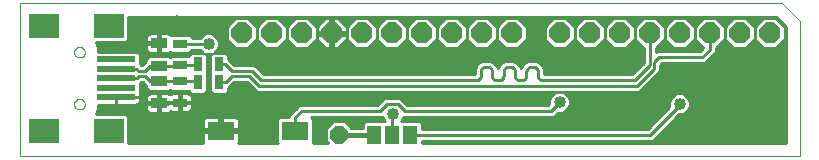
<source format=gtl>
G75*
%MOIN*%
%OFA0B0*%
%FSLAX25Y25*%
%IPPOS*%
%LPD*%
%AMOC8*
5,1,8,0,0,1.08239X$1,22.5*
%
%ADD10C,0.00000*%
%ADD11R,0.04724X0.03150*%
%ADD12R,0.03150X0.04724*%
%ADD13R,0.09843X0.07874*%
%ADD14R,0.12992X0.01969*%
%ADD15R,0.09055X0.06299*%
%ADD16R,0.05512X0.03543*%
%ADD17OC8,0.07000*%
%ADD18R,0.04600X0.06300*%
%ADD19OC8,0.06000*%
%ADD20C,0.01000*%
%ADD21C,0.04000*%
%ADD22C,0.01600*%
D10*
X0004478Y0001500D02*
X0004478Y0052511D01*
X0258478Y0052500D01*
X0258589Y0052411D01*
X0264479Y0046511D01*
X0264479Y0001500D01*
X0004478Y0001500D01*
X0022706Y0018839D02*
X0022708Y0018923D01*
X0022714Y0019006D01*
X0022724Y0019089D01*
X0022738Y0019172D01*
X0022755Y0019254D01*
X0022777Y0019335D01*
X0022802Y0019414D01*
X0022831Y0019493D01*
X0022864Y0019570D01*
X0022900Y0019645D01*
X0022940Y0019719D01*
X0022983Y0019791D01*
X0023030Y0019860D01*
X0023080Y0019927D01*
X0023133Y0019992D01*
X0023189Y0020054D01*
X0023247Y0020114D01*
X0023309Y0020171D01*
X0023373Y0020224D01*
X0023440Y0020275D01*
X0023509Y0020322D01*
X0023580Y0020367D01*
X0023653Y0020407D01*
X0023728Y0020444D01*
X0023805Y0020478D01*
X0023883Y0020508D01*
X0023962Y0020534D01*
X0024043Y0020557D01*
X0024125Y0020575D01*
X0024207Y0020590D01*
X0024290Y0020601D01*
X0024373Y0020608D01*
X0024457Y0020611D01*
X0024541Y0020610D01*
X0024624Y0020605D01*
X0024708Y0020596D01*
X0024790Y0020583D01*
X0024872Y0020567D01*
X0024953Y0020546D01*
X0025034Y0020522D01*
X0025112Y0020494D01*
X0025190Y0020462D01*
X0025266Y0020426D01*
X0025340Y0020387D01*
X0025412Y0020345D01*
X0025482Y0020299D01*
X0025550Y0020250D01*
X0025615Y0020198D01*
X0025678Y0020143D01*
X0025738Y0020085D01*
X0025796Y0020024D01*
X0025850Y0019960D01*
X0025902Y0019894D01*
X0025950Y0019826D01*
X0025995Y0019755D01*
X0026036Y0019682D01*
X0026075Y0019608D01*
X0026109Y0019532D01*
X0026140Y0019454D01*
X0026167Y0019375D01*
X0026191Y0019294D01*
X0026210Y0019213D01*
X0026226Y0019131D01*
X0026238Y0019048D01*
X0026246Y0018964D01*
X0026250Y0018881D01*
X0026250Y0018797D01*
X0026246Y0018714D01*
X0026238Y0018630D01*
X0026226Y0018547D01*
X0026210Y0018465D01*
X0026191Y0018384D01*
X0026167Y0018303D01*
X0026140Y0018224D01*
X0026109Y0018146D01*
X0026075Y0018070D01*
X0026036Y0017996D01*
X0025995Y0017923D01*
X0025950Y0017852D01*
X0025902Y0017784D01*
X0025850Y0017718D01*
X0025796Y0017654D01*
X0025738Y0017593D01*
X0025678Y0017535D01*
X0025615Y0017480D01*
X0025550Y0017428D01*
X0025482Y0017379D01*
X0025412Y0017333D01*
X0025340Y0017291D01*
X0025266Y0017252D01*
X0025190Y0017216D01*
X0025112Y0017184D01*
X0025034Y0017156D01*
X0024953Y0017132D01*
X0024872Y0017111D01*
X0024790Y0017095D01*
X0024708Y0017082D01*
X0024624Y0017073D01*
X0024541Y0017068D01*
X0024457Y0017067D01*
X0024373Y0017070D01*
X0024290Y0017077D01*
X0024207Y0017088D01*
X0024125Y0017103D01*
X0024043Y0017121D01*
X0023962Y0017144D01*
X0023883Y0017170D01*
X0023805Y0017200D01*
X0023728Y0017234D01*
X0023653Y0017271D01*
X0023580Y0017311D01*
X0023509Y0017356D01*
X0023440Y0017403D01*
X0023373Y0017454D01*
X0023309Y0017507D01*
X0023247Y0017564D01*
X0023189Y0017624D01*
X0023133Y0017686D01*
X0023080Y0017751D01*
X0023030Y0017818D01*
X0022983Y0017887D01*
X0022940Y0017959D01*
X0022900Y0018033D01*
X0022864Y0018108D01*
X0022831Y0018185D01*
X0022802Y0018264D01*
X0022777Y0018343D01*
X0022755Y0018424D01*
X0022738Y0018506D01*
X0022724Y0018589D01*
X0022714Y0018672D01*
X0022708Y0018755D01*
X0022706Y0018839D01*
X0022706Y0036161D02*
X0022708Y0036245D01*
X0022714Y0036328D01*
X0022724Y0036411D01*
X0022738Y0036494D01*
X0022755Y0036576D01*
X0022777Y0036657D01*
X0022802Y0036736D01*
X0022831Y0036815D01*
X0022864Y0036892D01*
X0022900Y0036967D01*
X0022940Y0037041D01*
X0022983Y0037113D01*
X0023030Y0037182D01*
X0023080Y0037249D01*
X0023133Y0037314D01*
X0023189Y0037376D01*
X0023247Y0037436D01*
X0023309Y0037493D01*
X0023373Y0037546D01*
X0023440Y0037597D01*
X0023509Y0037644D01*
X0023580Y0037689D01*
X0023653Y0037729D01*
X0023728Y0037766D01*
X0023805Y0037800D01*
X0023883Y0037830D01*
X0023962Y0037856D01*
X0024043Y0037879D01*
X0024125Y0037897D01*
X0024207Y0037912D01*
X0024290Y0037923D01*
X0024373Y0037930D01*
X0024457Y0037933D01*
X0024541Y0037932D01*
X0024624Y0037927D01*
X0024708Y0037918D01*
X0024790Y0037905D01*
X0024872Y0037889D01*
X0024953Y0037868D01*
X0025034Y0037844D01*
X0025112Y0037816D01*
X0025190Y0037784D01*
X0025266Y0037748D01*
X0025340Y0037709D01*
X0025412Y0037667D01*
X0025482Y0037621D01*
X0025550Y0037572D01*
X0025615Y0037520D01*
X0025678Y0037465D01*
X0025738Y0037407D01*
X0025796Y0037346D01*
X0025850Y0037282D01*
X0025902Y0037216D01*
X0025950Y0037148D01*
X0025995Y0037077D01*
X0026036Y0037004D01*
X0026075Y0036930D01*
X0026109Y0036854D01*
X0026140Y0036776D01*
X0026167Y0036697D01*
X0026191Y0036616D01*
X0026210Y0036535D01*
X0026226Y0036453D01*
X0026238Y0036370D01*
X0026246Y0036286D01*
X0026250Y0036203D01*
X0026250Y0036119D01*
X0026246Y0036036D01*
X0026238Y0035952D01*
X0026226Y0035869D01*
X0026210Y0035787D01*
X0026191Y0035706D01*
X0026167Y0035625D01*
X0026140Y0035546D01*
X0026109Y0035468D01*
X0026075Y0035392D01*
X0026036Y0035318D01*
X0025995Y0035245D01*
X0025950Y0035174D01*
X0025902Y0035106D01*
X0025850Y0035040D01*
X0025796Y0034976D01*
X0025738Y0034915D01*
X0025678Y0034857D01*
X0025615Y0034802D01*
X0025550Y0034750D01*
X0025482Y0034701D01*
X0025412Y0034655D01*
X0025340Y0034613D01*
X0025266Y0034574D01*
X0025190Y0034538D01*
X0025112Y0034506D01*
X0025034Y0034478D01*
X0024953Y0034454D01*
X0024872Y0034433D01*
X0024790Y0034417D01*
X0024708Y0034404D01*
X0024624Y0034395D01*
X0024541Y0034390D01*
X0024457Y0034389D01*
X0024373Y0034392D01*
X0024290Y0034399D01*
X0024207Y0034410D01*
X0024125Y0034425D01*
X0024043Y0034443D01*
X0023962Y0034466D01*
X0023883Y0034492D01*
X0023805Y0034522D01*
X0023728Y0034556D01*
X0023653Y0034593D01*
X0023580Y0034633D01*
X0023509Y0034678D01*
X0023440Y0034725D01*
X0023373Y0034776D01*
X0023309Y0034829D01*
X0023247Y0034886D01*
X0023189Y0034946D01*
X0023133Y0035008D01*
X0023080Y0035073D01*
X0023030Y0035140D01*
X0022983Y0035209D01*
X0022940Y0035281D01*
X0022900Y0035355D01*
X0022864Y0035430D01*
X0022831Y0035507D01*
X0022802Y0035586D01*
X0022777Y0035665D01*
X0022755Y0035746D01*
X0022738Y0035828D01*
X0022724Y0035911D01*
X0022714Y0035994D01*
X0022708Y0036077D01*
X0022706Y0036161D01*
D11*
X0057978Y0038943D03*
X0057978Y0031857D03*
X0057978Y0026443D03*
X0057978Y0019357D03*
D12*
X0063935Y0026200D03*
X0071022Y0026200D03*
X0071022Y0032100D03*
X0063935Y0032100D03*
D13*
X0034321Y0045020D03*
X0012667Y0045020D03*
X0012667Y0009980D03*
X0034321Y0009980D03*
D14*
X0036683Y0021201D03*
X0036683Y0024350D03*
X0036683Y0027500D03*
X0036683Y0030650D03*
X0036683Y0033799D03*
D15*
X0071577Y0010000D03*
X0096380Y0010000D03*
D16*
X0050978Y0019160D03*
X0050978Y0026640D03*
X0050978Y0031660D03*
X0050978Y0039140D03*
D17*
X0078478Y0042500D03*
X0088478Y0042500D03*
X0098478Y0042500D03*
X0108478Y0042500D03*
X0118478Y0042500D03*
X0128478Y0042500D03*
X0138478Y0042500D03*
X0148478Y0042500D03*
X0158478Y0042500D03*
X0168478Y0042500D03*
X0184478Y0042500D03*
X0194478Y0042500D03*
X0204478Y0042500D03*
X0214478Y0042500D03*
X0224478Y0042500D03*
X0234478Y0042500D03*
X0244478Y0042500D03*
X0254478Y0042500D03*
D18*
X0134778Y0008700D03*
X0128778Y0008700D03*
X0122778Y0008700D03*
D19*
X0110978Y0008600D03*
D20*
X0106478Y0008490D02*
X0102407Y0008490D01*
X0102407Y0009488D02*
X0106478Y0009488D01*
X0106478Y0010464D02*
X0106478Y0006736D01*
X0107214Y0006000D01*
X0102178Y0006000D01*
X0102407Y0006229D01*
X0102407Y0013771D01*
X0101678Y0014500D01*
X0125307Y0014500D01*
X0125517Y0014710D01*
X0126011Y0013517D01*
X0126179Y0013350D01*
X0125857Y0013350D01*
X0125778Y0013271D01*
X0125700Y0013350D01*
X0119857Y0013350D01*
X0118978Y0012471D01*
X0118978Y0010900D01*
X0115042Y0010900D01*
X0112842Y0013100D01*
X0109114Y0013100D01*
X0106478Y0010464D01*
X0106501Y0010487D02*
X0102407Y0010487D01*
X0102407Y0011485D02*
X0107500Y0011485D01*
X0108498Y0012484D02*
X0102407Y0012484D01*
X0102407Y0013482D02*
X0126046Y0013482D01*
X0125612Y0014481D02*
X0101698Y0014481D01*
X0098478Y0016500D02*
X0096380Y0014402D01*
X0096380Y0010000D01*
X0090352Y0010487D02*
X0072077Y0010487D01*
X0072077Y0010500D02*
X0077604Y0010500D01*
X0077604Y0013347D01*
X0077502Y0013729D01*
X0077305Y0014071D01*
X0077025Y0014350D01*
X0076683Y0014547D01*
X0076302Y0014650D01*
X0072077Y0014650D01*
X0072077Y0010500D01*
X0072077Y0009500D01*
X0077604Y0009500D01*
X0077604Y0006653D01*
X0077502Y0006271D01*
X0077345Y0006000D01*
X0090581Y0006000D01*
X0090352Y0006229D01*
X0090352Y0013771D01*
X0091231Y0014650D01*
X0094380Y0014650D01*
X0094380Y0015230D01*
X0096478Y0017328D01*
X0097650Y0018500D01*
X0123650Y0018500D01*
X0124978Y0019828D01*
X0126150Y0021000D01*
X0131307Y0021000D01*
X0133807Y0018500D01*
X0180650Y0018500D01*
X0180978Y0018828D01*
X0180978Y0020196D01*
X0181511Y0021483D01*
X0182496Y0022467D01*
X0183782Y0023000D01*
X0185175Y0023000D01*
X0186461Y0022467D01*
X0187445Y0021483D01*
X0187978Y0020196D01*
X0187978Y0018804D01*
X0187445Y0017517D01*
X0186461Y0016533D01*
X0185175Y0016000D01*
X0183807Y0016000D01*
X0183478Y0015672D01*
X0182307Y0014500D01*
X0132352Y0014500D01*
X0131945Y0013517D01*
X0131739Y0013311D01*
X0131778Y0013271D01*
X0131857Y0013350D01*
X0137700Y0013350D01*
X0138578Y0012471D01*
X0138578Y0010700D01*
X0213850Y0010700D01*
X0221118Y0017968D01*
X0220978Y0018304D01*
X0220978Y0019696D01*
X0221511Y0020983D01*
X0222496Y0021967D01*
X0223782Y0022500D01*
X0225175Y0022500D01*
X0226461Y0021967D01*
X0227445Y0020983D01*
X0227978Y0019696D01*
X0227978Y0018304D01*
X0227445Y0017017D01*
X0226461Y0016033D01*
X0225175Y0015500D01*
X0224307Y0015500D01*
X0215507Y0006700D01*
X0138578Y0006700D01*
X0138578Y0006000D01*
X0259979Y0006000D01*
X0259979Y0044649D01*
X0256634Y0048000D01*
X0040742Y0048009D01*
X0040742Y0040461D01*
X0039863Y0039583D01*
X0029850Y0039583D01*
X0030750Y0037409D01*
X0030750Y0036283D01*
X0043800Y0036283D01*
X0044679Y0035405D01*
X0044679Y0032278D01*
X0044957Y0032000D01*
X0045450Y0032000D01*
X0046722Y0033273D01*
X0046722Y0034053D01*
X0047601Y0034931D01*
X0054356Y0034931D01*
X0054675Y0034612D01*
X0054995Y0034931D01*
X0060860Y0034931D01*
X0060860Y0035084D01*
X0061739Y0035962D01*
X0065666Y0035962D01*
X0065496Y0036033D01*
X0064529Y0037000D01*
X0061841Y0037000D01*
X0061841Y0036747D01*
X0060962Y0035869D01*
X0054995Y0035869D01*
X0054675Y0036188D01*
X0054655Y0036168D01*
X0054313Y0035971D01*
X0053932Y0035869D01*
X0051364Y0035869D01*
X0051364Y0038754D01*
X0050592Y0038754D01*
X0046722Y0038754D01*
X0046722Y0037171D01*
X0046825Y0036790D01*
X0047022Y0036447D01*
X0047301Y0036168D01*
X0047643Y0035971D01*
X0048025Y0035869D01*
X0050592Y0035869D01*
X0050592Y0038754D01*
X0050592Y0039526D01*
X0046722Y0039526D01*
X0046722Y0041109D01*
X0046825Y0041491D01*
X0047022Y0041833D01*
X0047301Y0042112D01*
X0047643Y0042310D01*
X0048025Y0042412D01*
X0050592Y0042412D01*
X0050592Y0039526D01*
X0051364Y0039526D01*
X0051364Y0042412D01*
X0053932Y0042412D01*
X0054313Y0042310D01*
X0054655Y0042112D01*
X0054872Y0041895D01*
X0054995Y0042018D01*
X0060962Y0042018D01*
X0061841Y0041139D01*
X0061841Y0041000D01*
X0064529Y0041000D01*
X0065496Y0041967D01*
X0066782Y0042500D01*
X0068175Y0042500D01*
X0069461Y0041967D01*
X0070445Y0040983D01*
X0070978Y0039696D01*
X0070978Y0038304D01*
X0070445Y0037017D01*
X0069461Y0036033D01*
X0069290Y0035962D01*
X0073218Y0035962D01*
X0074096Y0035084D01*
X0074096Y0033910D01*
X0076007Y0032000D01*
X0082680Y0032000D01*
X0085880Y0028800D01*
X0156178Y0028800D01*
X0156178Y0030655D01*
X0157116Y0032280D01*
X0157116Y0032280D01*
X0157116Y0032280D01*
X0158741Y0033217D01*
X0161434Y0033217D01*
X0163058Y0032280D01*
X0163058Y0032280D01*
X0163058Y0032280D01*
X0163904Y0030813D01*
X0164751Y0032280D01*
X0164751Y0032280D01*
X0166375Y0033217D01*
X0169068Y0033217D01*
X0170692Y0032280D01*
X0170693Y0032280D01*
X0170693Y0032280D01*
X0171539Y0030813D01*
X0172385Y0032280D01*
X0172385Y0032280D01*
X0172385Y0032280D01*
X0174010Y0033217D01*
X0176703Y0033217D01*
X0178327Y0032280D01*
X0178327Y0032280D01*
X0178327Y0032280D01*
X0179265Y0030655D01*
X0179265Y0028800D01*
X0208677Y0028800D01*
X0212478Y0032601D01*
X0212478Y0037500D01*
X0212407Y0037500D01*
X0209478Y0040429D01*
X0206549Y0037500D01*
X0202407Y0037500D01*
X0199478Y0040429D01*
X0196549Y0037500D01*
X0192407Y0037500D01*
X0189478Y0040429D01*
X0186549Y0037500D01*
X0182407Y0037500D01*
X0179478Y0040429D01*
X0179478Y0044571D01*
X0182407Y0047500D01*
X0186549Y0047500D01*
X0189478Y0044571D01*
X0189478Y0040429D01*
X0189478Y0044571D01*
X0192407Y0047500D01*
X0196549Y0047500D01*
X0199478Y0044571D01*
X0199478Y0040429D01*
X0199478Y0044571D01*
X0202407Y0047500D01*
X0206549Y0047500D01*
X0209478Y0044571D01*
X0209478Y0040429D01*
X0209478Y0044571D01*
X0212407Y0047500D01*
X0216549Y0047500D01*
X0219478Y0044571D01*
X0219478Y0040429D01*
X0216549Y0037500D01*
X0216478Y0037500D01*
X0216478Y0036128D01*
X0216850Y0036500D01*
X0231250Y0036500D01*
X0232329Y0037579D01*
X0229478Y0040429D01*
X0226549Y0037500D01*
X0222407Y0037500D01*
X0219478Y0040429D01*
X0219478Y0044571D01*
X0222407Y0047500D01*
X0226549Y0047500D01*
X0229478Y0044571D01*
X0229478Y0040429D01*
X0229478Y0044571D01*
X0232407Y0047500D01*
X0236549Y0047500D01*
X0239478Y0044571D01*
X0239478Y0040429D01*
X0236549Y0037500D01*
X0236478Y0037500D01*
X0236478Y0036072D01*
X0235307Y0034900D01*
X0232907Y0032500D01*
X0218507Y0032500D01*
X0217915Y0031908D01*
X0217915Y0029835D01*
X0216743Y0028664D01*
X0211080Y0023000D01*
X0083477Y0023000D01*
X0082306Y0024172D01*
X0080277Y0026200D01*
X0076007Y0026200D01*
X0074096Y0024290D01*
X0074096Y0023216D01*
X0073218Y0022338D01*
X0068826Y0022338D01*
X0067947Y0023216D01*
X0067947Y0035084D01*
X0068497Y0035634D01*
X0068175Y0035500D01*
X0066782Y0035500D01*
X0066460Y0035634D01*
X0067010Y0035084D01*
X0067010Y0023216D01*
X0066131Y0022338D01*
X0061739Y0022338D01*
X0060860Y0023216D01*
X0060860Y0023369D01*
X0054995Y0023369D01*
X0054675Y0023688D01*
X0054356Y0023369D01*
X0047601Y0023369D01*
X0046722Y0024247D01*
X0046722Y0025027D01*
X0045550Y0026200D01*
X0045007Y0026200D01*
X0044679Y0025872D01*
X0044679Y0022745D01*
X0044603Y0022668D01*
X0044679Y0022383D01*
X0044679Y0021201D01*
X0036683Y0021201D01*
X0036683Y0021201D01*
X0044679Y0021201D01*
X0044679Y0020019D01*
X0044577Y0019638D01*
X0044379Y0019296D01*
X0044100Y0019016D01*
X0043758Y0018819D01*
X0043377Y0018717D01*
X0036683Y0018717D01*
X0036683Y0021201D01*
X0036683Y0021201D01*
X0036683Y0018717D01*
X0030750Y0018717D01*
X0030750Y0017591D01*
X0029850Y0015417D01*
X0039863Y0015417D01*
X0040742Y0014539D01*
X0040742Y0006000D01*
X0065808Y0006000D01*
X0065651Y0006271D01*
X0065549Y0006653D01*
X0065549Y0009500D01*
X0071077Y0009500D01*
X0071077Y0010500D01*
X0071077Y0014650D01*
X0066852Y0014650D01*
X0066470Y0014547D01*
X0066128Y0014350D01*
X0065849Y0014071D01*
X0065651Y0013729D01*
X0065549Y0013347D01*
X0065549Y0010500D01*
X0071077Y0010500D01*
X0072077Y0010500D01*
X0071077Y0010487D02*
X0040742Y0010487D01*
X0040742Y0011485D02*
X0065549Y0011485D01*
X0065549Y0012484D02*
X0040742Y0012484D01*
X0040742Y0013482D02*
X0065585Y0013482D01*
X0066355Y0014481D02*
X0040742Y0014481D01*
X0047022Y0016467D02*
X0047301Y0016188D01*
X0047643Y0015990D01*
X0048025Y0015888D01*
X0050592Y0015888D01*
X0050592Y0018774D01*
X0046722Y0018774D01*
X0046722Y0017191D01*
X0046825Y0016809D01*
X0047022Y0016467D01*
X0047016Y0016478D02*
X0030289Y0016478D01*
X0030702Y0017476D02*
X0046722Y0017476D01*
X0046722Y0018475D02*
X0030750Y0018475D01*
X0036683Y0019473D02*
X0036683Y0019473D01*
X0036683Y0020472D02*
X0036683Y0020472D01*
X0044482Y0019473D02*
X0050592Y0019473D01*
X0050592Y0019546D02*
X0050592Y0018774D01*
X0051364Y0018774D01*
X0051364Y0015888D01*
X0053932Y0015888D01*
X0054313Y0015990D01*
X0054655Y0016188D01*
X0054919Y0016452D01*
X0055037Y0016384D01*
X0055419Y0016282D01*
X0057691Y0016282D01*
X0057691Y0019069D01*
X0058266Y0019069D01*
X0058266Y0019644D01*
X0061841Y0019644D01*
X0061841Y0021129D01*
X0061738Y0021510D01*
X0061541Y0021853D01*
X0061262Y0022132D01*
X0060920Y0022329D01*
X0060538Y0022431D01*
X0058266Y0022431D01*
X0058266Y0019644D01*
X0057691Y0019644D01*
X0057691Y0019069D01*
X0054116Y0019069D01*
X0054116Y0018774D01*
X0051364Y0018774D01*
X0051364Y0019546D01*
X0050592Y0019546D01*
X0046722Y0019546D01*
X0046722Y0021129D01*
X0046825Y0021510D01*
X0047022Y0021853D01*
X0047301Y0022132D01*
X0047643Y0022329D01*
X0048025Y0022431D01*
X0050592Y0022431D01*
X0050592Y0019546D01*
X0051364Y0019546D02*
X0051364Y0022431D01*
X0053932Y0022431D01*
X0054313Y0022329D01*
X0054655Y0022132D01*
X0054675Y0022112D01*
X0054695Y0022132D01*
X0055037Y0022329D01*
X0055419Y0022431D01*
X0057691Y0022431D01*
X0057691Y0019644D01*
X0055234Y0019644D01*
X0055234Y0019546D01*
X0051364Y0019546D01*
X0051364Y0019473D02*
X0057691Y0019473D01*
X0058266Y0019473D02*
X0124623Y0019473D01*
X0125622Y0020472D02*
X0061841Y0020472D01*
X0061749Y0021470D02*
X0181506Y0021470D01*
X0181092Y0020472D02*
X0131835Y0020472D01*
X0132834Y0019473D02*
X0180978Y0019473D01*
X0181478Y0016500D02*
X0184478Y0019500D01*
X0187978Y0019473D02*
X0220978Y0019473D01*
X0221300Y0020472D02*
X0187864Y0020472D01*
X0187451Y0021470D02*
X0221999Y0021470D01*
X0223707Y0022469D02*
X0186457Y0022469D01*
X0182500Y0022469D02*
X0073349Y0022469D01*
X0074096Y0023467D02*
X0083010Y0023467D01*
X0082011Y0024466D02*
X0074273Y0024466D01*
X0075271Y0025464D02*
X0081013Y0025464D01*
X0081106Y0028200D02*
X0084306Y0025000D01*
X0210251Y0025000D01*
X0215915Y0030664D01*
X0215915Y0032736D01*
X0217678Y0034500D01*
X0232078Y0034500D01*
X0234478Y0036900D01*
X0234478Y0042500D01*
X0229478Y0042439D02*
X0229478Y0042439D01*
X0229478Y0043437D02*
X0229478Y0043437D01*
X0229478Y0044436D02*
X0229478Y0044436D01*
X0228615Y0045434D02*
X0230342Y0045434D01*
X0231340Y0046433D02*
X0227616Y0046433D01*
X0226618Y0047432D02*
X0232339Y0047432D01*
X0236618Y0047432D02*
X0242339Y0047432D01*
X0242407Y0047500D02*
X0239478Y0044571D01*
X0239478Y0040429D01*
X0242407Y0037500D01*
X0246549Y0037500D01*
X0249478Y0040429D01*
X0249478Y0044571D01*
X0246549Y0047500D01*
X0242407Y0047500D01*
X0246618Y0047432D02*
X0252339Y0047432D01*
X0252407Y0047500D02*
X0249478Y0044571D01*
X0249478Y0040429D01*
X0252407Y0037500D01*
X0256549Y0037500D01*
X0259478Y0040429D01*
X0259478Y0044571D01*
X0256549Y0047500D01*
X0252407Y0047500D01*
X0251340Y0046433D02*
X0247616Y0046433D01*
X0248615Y0045434D02*
X0250342Y0045434D01*
X0249478Y0044436D02*
X0249478Y0044436D01*
X0249478Y0043437D02*
X0249478Y0043437D01*
X0249478Y0042439D02*
X0249478Y0042439D01*
X0249478Y0041440D02*
X0249478Y0041440D01*
X0249478Y0040442D02*
X0249478Y0040442D01*
X0248493Y0039443D02*
X0250464Y0039443D01*
X0251462Y0038445D02*
X0247494Y0038445D01*
X0241462Y0038445D02*
X0237494Y0038445D01*
X0238493Y0039443D02*
X0240464Y0039443D01*
X0239478Y0040442D02*
X0239478Y0040442D01*
X0239478Y0041440D02*
X0239478Y0041440D01*
X0239478Y0042439D02*
X0239478Y0042439D01*
X0239478Y0043437D02*
X0239478Y0043437D01*
X0239478Y0044436D02*
X0239478Y0044436D01*
X0238615Y0045434D02*
X0240342Y0045434D01*
X0241340Y0046433D02*
X0237616Y0046433D01*
X0222339Y0047432D02*
X0216618Y0047432D01*
X0217616Y0046433D02*
X0221340Y0046433D01*
X0220342Y0045434D02*
X0218615Y0045434D01*
X0219478Y0044436D02*
X0219478Y0044436D01*
X0219478Y0043437D02*
X0219478Y0043437D01*
X0219478Y0042439D02*
X0219478Y0042439D01*
X0219478Y0041440D02*
X0219478Y0041440D01*
X0219478Y0040442D02*
X0219478Y0040442D01*
X0218493Y0039443D02*
X0220464Y0039443D01*
X0221462Y0038445D02*
X0217494Y0038445D01*
X0216478Y0037446D02*
X0232196Y0037446D01*
X0236478Y0037446D02*
X0259979Y0037446D01*
X0259979Y0036448D02*
X0236478Y0036448D01*
X0235856Y0035449D02*
X0259979Y0035449D01*
X0259979Y0034451D02*
X0234858Y0034451D01*
X0233859Y0033452D02*
X0259979Y0033452D01*
X0259979Y0032454D02*
X0218461Y0032454D01*
X0217915Y0031455D02*
X0259979Y0031455D01*
X0259979Y0030457D02*
X0217915Y0030457D01*
X0217538Y0029458D02*
X0259979Y0029458D01*
X0259979Y0028460D02*
X0216539Y0028460D01*
X0215541Y0027461D02*
X0259979Y0027461D01*
X0259979Y0026463D02*
X0214542Y0026463D01*
X0213544Y0025464D02*
X0259979Y0025464D01*
X0259979Y0024466D02*
X0212545Y0024466D01*
X0211547Y0023467D02*
X0259979Y0023467D01*
X0259979Y0022469D02*
X0225250Y0022469D01*
X0226958Y0021470D02*
X0259979Y0021470D01*
X0259979Y0020472D02*
X0227657Y0020472D01*
X0227978Y0019473D02*
X0259979Y0019473D01*
X0259979Y0018475D02*
X0227978Y0018475D01*
X0224478Y0018500D02*
X0224478Y0019000D01*
X0224478Y0018500D02*
X0214678Y0008700D01*
X0134778Y0008700D01*
X0128778Y0008700D02*
X0128778Y0015300D01*
X0128978Y0015500D01*
X0132344Y0014481D02*
X0217631Y0014481D01*
X0218629Y0015479D02*
X0183286Y0015479D01*
X0181478Y0016500D02*
X0132978Y0016500D01*
X0130478Y0019000D01*
X0126978Y0019000D01*
X0124478Y0016500D01*
X0098478Y0016500D01*
X0096626Y0017476D02*
X0061812Y0017476D01*
X0061841Y0017584D02*
X0061841Y0019069D01*
X0058266Y0019069D01*
X0058266Y0016282D01*
X0060538Y0016282D01*
X0060920Y0016384D01*
X0061262Y0016582D01*
X0061541Y0016861D01*
X0061738Y0017203D01*
X0061841Y0017584D01*
X0061841Y0018475D02*
X0097625Y0018475D01*
X0095628Y0016478D02*
X0061082Y0016478D01*
X0058266Y0016478D02*
X0057691Y0016478D01*
X0057691Y0017476D02*
X0058266Y0017476D01*
X0058266Y0018475D02*
X0057691Y0018475D01*
X0051364Y0018475D02*
X0050592Y0018475D01*
X0050592Y0017476D02*
X0051364Y0017476D01*
X0051364Y0016478D02*
X0050592Y0016478D01*
X0050592Y0020472D02*
X0051364Y0020472D01*
X0051364Y0021470D02*
X0050592Y0021470D01*
X0046814Y0021470D02*
X0044679Y0021470D01*
X0044679Y0020472D02*
X0046722Y0020472D01*
X0044656Y0022469D02*
X0061608Y0022469D01*
X0066262Y0022469D02*
X0068695Y0022469D01*
X0067947Y0023467D02*
X0067010Y0023467D01*
X0067010Y0024466D02*
X0067947Y0024466D01*
X0067947Y0025464D02*
X0067010Y0025464D01*
X0063935Y0026200D02*
X0063692Y0026443D01*
X0057978Y0026443D01*
X0057978Y0026640D01*
X0050978Y0026640D01*
X0047938Y0026640D01*
X0046378Y0028200D01*
X0044178Y0028200D01*
X0043478Y0027500D01*
X0036683Y0027500D01*
X0044679Y0025464D02*
X0046286Y0025464D01*
X0046722Y0024466D02*
X0044679Y0024466D01*
X0044679Y0023467D02*
X0047502Y0023467D01*
X0054454Y0023467D02*
X0054896Y0023467D01*
X0057691Y0021470D02*
X0058266Y0021470D01*
X0058266Y0020472D02*
X0057691Y0020472D01*
X0029875Y0015479D02*
X0094629Y0015479D01*
X0091062Y0014481D02*
X0076799Y0014481D01*
X0072077Y0014481D02*
X0071077Y0014481D01*
X0071077Y0013482D02*
X0072077Y0013482D01*
X0072077Y0012484D02*
X0071077Y0012484D01*
X0071077Y0011485D02*
X0072077Y0011485D01*
X0077604Y0011485D02*
X0090352Y0011485D01*
X0090352Y0012484D02*
X0077604Y0012484D01*
X0077568Y0013482D02*
X0090352Y0013482D01*
X0090352Y0009488D02*
X0077604Y0009488D01*
X0077604Y0008490D02*
X0090352Y0008490D01*
X0090352Y0007491D02*
X0077604Y0007491D01*
X0077561Y0006493D02*
X0090352Y0006493D01*
X0102407Y0006493D02*
X0106722Y0006493D01*
X0106478Y0007491D02*
X0102407Y0007491D01*
X0114457Y0011485D02*
X0118978Y0011485D01*
X0118991Y0012484D02*
X0113459Y0012484D01*
X0131910Y0013482D02*
X0216632Y0013482D01*
X0215634Y0012484D02*
X0138566Y0012484D01*
X0138578Y0011485D02*
X0214635Y0011485D01*
X0219293Y0010487D02*
X0259979Y0010487D01*
X0259979Y0011485D02*
X0220292Y0011485D01*
X0221290Y0012484D02*
X0259979Y0012484D01*
X0259979Y0013482D02*
X0222289Y0013482D01*
X0223287Y0014481D02*
X0259979Y0014481D01*
X0259979Y0015479D02*
X0224286Y0015479D01*
X0226906Y0016478D02*
X0259979Y0016478D01*
X0259979Y0017476D02*
X0227636Y0017476D01*
X0220978Y0018475D02*
X0187842Y0018475D01*
X0187404Y0017476D02*
X0220626Y0017476D01*
X0219628Y0016478D02*
X0186328Y0016478D01*
X0218295Y0009488D02*
X0259979Y0009488D01*
X0259979Y0008490D02*
X0217296Y0008490D01*
X0216298Y0007491D02*
X0259979Y0007491D01*
X0259979Y0006493D02*
X0138578Y0006493D01*
X0065592Y0006493D02*
X0040742Y0006493D01*
X0040742Y0007491D02*
X0065549Y0007491D01*
X0065549Y0008490D02*
X0040742Y0008490D01*
X0040742Y0009488D02*
X0065549Y0009488D01*
X0071022Y0026200D02*
X0073178Y0026200D01*
X0075178Y0028200D01*
X0081106Y0028200D01*
X0085221Y0029458D02*
X0156178Y0029458D01*
X0158178Y0029717D02*
X0158178Y0028300D01*
X0158176Y0028224D01*
X0158170Y0028148D01*
X0158161Y0028073D01*
X0158147Y0027998D01*
X0158130Y0027924D01*
X0158109Y0027851D01*
X0158085Y0027779D01*
X0158056Y0027708D01*
X0158025Y0027639D01*
X0157990Y0027572D01*
X0157951Y0027507D01*
X0157909Y0027443D01*
X0157864Y0027382D01*
X0157816Y0027323D01*
X0157765Y0027267D01*
X0157711Y0027213D01*
X0157655Y0027162D01*
X0157596Y0027114D01*
X0157535Y0027069D01*
X0157471Y0027027D01*
X0157406Y0026988D01*
X0157339Y0026953D01*
X0157270Y0026922D01*
X0157199Y0026893D01*
X0157127Y0026869D01*
X0157054Y0026848D01*
X0156980Y0026831D01*
X0156905Y0026817D01*
X0156830Y0026808D01*
X0156754Y0026802D01*
X0156678Y0026800D01*
X0085051Y0026800D01*
X0081851Y0030000D01*
X0075178Y0030000D01*
X0073078Y0032100D01*
X0071022Y0032100D01*
X0067947Y0032454D02*
X0067010Y0032454D01*
X0067010Y0033452D02*
X0067947Y0033452D01*
X0067947Y0034451D02*
X0067010Y0034451D01*
X0066644Y0035449D02*
X0068313Y0035449D01*
X0069876Y0036448D02*
X0212478Y0036448D01*
X0212478Y0037446D02*
X0070623Y0037446D01*
X0070978Y0038445D02*
X0075462Y0038445D01*
X0076407Y0037500D02*
X0080549Y0037500D01*
X0083478Y0040429D01*
X0083478Y0044571D01*
X0080549Y0047500D01*
X0076407Y0047500D01*
X0073478Y0044571D01*
X0073478Y0040429D01*
X0076407Y0037500D01*
X0081494Y0038445D02*
X0085462Y0038445D01*
X0086407Y0037500D02*
X0090549Y0037500D01*
X0093478Y0040429D01*
X0093478Y0044571D01*
X0090549Y0047500D01*
X0086407Y0047500D01*
X0083478Y0044571D01*
X0083478Y0040429D01*
X0086407Y0037500D01*
X0091494Y0038445D02*
X0095462Y0038445D01*
X0096407Y0037500D02*
X0100549Y0037500D01*
X0103478Y0040429D01*
X0103478Y0044571D01*
X0100549Y0047500D01*
X0096407Y0047500D01*
X0093478Y0044571D01*
X0093478Y0040429D01*
X0096407Y0037500D01*
X0101494Y0038445D02*
X0105462Y0038445D01*
X0107978Y0038445D02*
X0108978Y0038445D01*
X0111494Y0038445D02*
X0115462Y0038445D01*
X0116407Y0037500D02*
X0120549Y0037500D01*
X0123478Y0040429D01*
X0123478Y0044571D01*
X0120549Y0047500D01*
X0116407Y0047500D01*
X0113478Y0044571D01*
X0110549Y0047500D01*
X0108978Y0047500D01*
X0108978Y0043000D01*
X0107978Y0043000D01*
X0107978Y0042000D01*
X0103478Y0042000D01*
X0103478Y0040429D01*
X0106407Y0037500D01*
X0107978Y0037500D01*
X0107978Y0042000D01*
X0108978Y0042000D01*
X0108978Y0037500D01*
X0110549Y0037500D01*
X0113478Y0040429D01*
X0113478Y0042000D01*
X0108978Y0042000D01*
X0108978Y0043000D01*
X0113478Y0043000D01*
X0113478Y0044571D01*
X0113478Y0040429D01*
X0116407Y0037500D01*
X0121494Y0038445D02*
X0125462Y0038445D01*
X0126407Y0037500D02*
X0130549Y0037500D01*
X0133478Y0040429D01*
X0133478Y0044571D01*
X0130549Y0047500D01*
X0126407Y0047500D01*
X0123478Y0044571D01*
X0123478Y0040429D01*
X0126407Y0037500D01*
X0131494Y0038445D02*
X0135462Y0038445D01*
X0136407Y0037500D02*
X0140549Y0037500D01*
X0143478Y0040429D01*
X0143478Y0044571D01*
X0140549Y0047500D01*
X0136407Y0047500D01*
X0133478Y0044571D01*
X0133478Y0040429D01*
X0136407Y0037500D01*
X0141494Y0038445D02*
X0145462Y0038445D01*
X0146407Y0037500D02*
X0150549Y0037500D01*
X0153478Y0040429D01*
X0153478Y0044571D01*
X0150549Y0047500D01*
X0146407Y0047500D01*
X0143478Y0044571D01*
X0143478Y0040429D01*
X0146407Y0037500D01*
X0151494Y0038445D02*
X0155462Y0038445D01*
X0156407Y0037500D02*
X0160549Y0037500D01*
X0163478Y0040429D01*
X0163478Y0044571D01*
X0160549Y0047500D01*
X0156407Y0047500D01*
X0153478Y0044571D01*
X0153478Y0040429D01*
X0156407Y0037500D01*
X0161494Y0038445D02*
X0165462Y0038445D01*
X0166407Y0037500D02*
X0170549Y0037500D01*
X0173478Y0040429D01*
X0173478Y0044571D01*
X0170549Y0047500D01*
X0166407Y0047500D01*
X0163478Y0044571D01*
X0163478Y0040429D01*
X0166407Y0037500D01*
X0171494Y0038445D02*
X0181462Y0038445D01*
X0180464Y0039443D02*
X0172493Y0039443D01*
X0173478Y0040442D02*
X0179478Y0040442D01*
X0179478Y0041440D02*
X0173478Y0041440D01*
X0173478Y0042439D02*
X0179478Y0042439D01*
X0179478Y0043437D02*
X0173478Y0043437D01*
X0173478Y0044436D02*
X0179478Y0044436D01*
X0180342Y0045434D02*
X0172615Y0045434D01*
X0171616Y0046433D02*
X0181340Y0046433D01*
X0182339Y0047432D02*
X0170618Y0047432D01*
X0166339Y0047432D02*
X0160618Y0047432D01*
X0161616Y0046433D02*
X0165340Y0046433D01*
X0164342Y0045434D02*
X0162615Y0045434D01*
X0163478Y0044436D02*
X0163478Y0044436D01*
X0163478Y0043437D02*
X0163478Y0043437D01*
X0163478Y0042439D02*
X0163478Y0042439D01*
X0163478Y0041440D02*
X0163478Y0041440D01*
X0163478Y0040442D02*
X0163478Y0040442D01*
X0162493Y0039443D02*
X0164464Y0039443D01*
X0154464Y0039443D02*
X0152493Y0039443D01*
X0153478Y0040442D02*
X0153478Y0040442D01*
X0153478Y0041440D02*
X0153478Y0041440D01*
X0153478Y0042439D02*
X0153478Y0042439D01*
X0153478Y0043437D02*
X0153478Y0043437D01*
X0153478Y0044436D02*
X0153478Y0044436D01*
X0152615Y0045434D02*
X0154342Y0045434D01*
X0155340Y0046433D02*
X0151616Y0046433D01*
X0150618Y0047432D02*
X0156339Y0047432D01*
X0146339Y0047432D02*
X0140618Y0047432D01*
X0136339Y0047432D02*
X0130618Y0047432D01*
X0131616Y0046433D02*
X0135340Y0046433D01*
X0134342Y0045434D02*
X0132615Y0045434D01*
X0133478Y0044436D02*
X0133478Y0044436D01*
X0133478Y0043437D02*
X0133478Y0043437D01*
X0133478Y0042439D02*
X0133478Y0042439D01*
X0133478Y0041440D02*
X0133478Y0041440D01*
X0133478Y0040442D02*
X0133478Y0040442D01*
X0132493Y0039443D02*
X0134464Y0039443D01*
X0142493Y0039443D02*
X0144464Y0039443D01*
X0143478Y0040442D02*
X0143478Y0040442D01*
X0143478Y0041440D02*
X0143478Y0041440D01*
X0143478Y0042439D02*
X0143478Y0042439D01*
X0143478Y0043437D02*
X0143478Y0043437D01*
X0143478Y0044436D02*
X0143478Y0044436D01*
X0142615Y0045434D02*
X0144342Y0045434D01*
X0145340Y0046433D02*
X0141616Y0046433D01*
X0126339Y0047432D02*
X0120618Y0047432D01*
X0121616Y0046433D02*
X0125340Y0046433D01*
X0124342Y0045434D02*
X0122615Y0045434D01*
X0123478Y0044436D02*
X0123478Y0044436D01*
X0123478Y0043437D02*
X0123478Y0043437D01*
X0123478Y0042439D02*
X0123478Y0042439D01*
X0123478Y0041440D02*
X0123478Y0041440D01*
X0123478Y0040442D02*
X0123478Y0040442D01*
X0122493Y0039443D02*
X0124464Y0039443D01*
X0114464Y0039443D02*
X0112493Y0039443D01*
X0113478Y0040442D02*
X0113478Y0040442D01*
X0113478Y0041440D02*
X0113478Y0041440D01*
X0113478Y0042439D02*
X0108978Y0042439D01*
X0107978Y0042439D02*
X0103478Y0042439D01*
X0103478Y0043000D02*
X0107978Y0043000D01*
X0107978Y0047500D01*
X0106407Y0047500D01*
X0103478Y0044571D01*
X0103478Y0043000D01*
X0103478Y0043437D02*
X0103478Y0043437D01*
X0103478Y0044436D02*
X0103478Y0044436D01*
X0102615Y0045434D02*
X0104342Y0045434D01*
X0105340Y0046433D02*
X0101616Y0046433D01*
X0100618Y0047432D02*
X0106339Y0047432D01*
X0107978Y0047432D02*
X0108978Y0047432D01*
X0110618Y0047432D02*
X0116339Y0047432D01*
X0115340Y0046433D02*
X0111616Y0046433D01*
X0112615Y0045434D02*
X0114342Y0045434D01*
X0113478Y0044436D02*
X0113478Y0044436D01*
X0113478Y0043437D02*
X0113478Y0043437D01*
X0108978Y0043437D02*
X0107978Y0043437D01*
X0107978Y0044436D02*
X0108978Y0044436D01*
X0108978Y0045434D02*
X0107978Y0045434D01*
X0107978Y0046433D02*
X0108978Y0046433D01*
X0096339Y0047432D02*
X0090618Y0047432D01*
X0091616Y0046433D02*
X0095340Y0046433D01*
X0094342Y0045434D02*
X0092615Y0045434D01*
X0093478Y0044436D02*
X0093478Y0044436D01*
X0093478Y0043437D02*
X0093478Y0043437D01*
X0093478Y0042439D02*
X0093478Y0042439D01*
X0093478Y0041440D02*
X0093478Y0041440D01*
X0093478Y0040442D02*
X0093478Y0040442D01*
X0092493Y0039443D02*
X0094464Y0039443D01*
X0102493Y0039443D02*
X0104464Y0039443D01*
X0103478Y0040442D02*
X0103478Y0040442D01*
X0103478Y0041440D02*
X0103478Y0041440D01*
X0107978Y0041440D02*
X0108978Y0041440D01*
X0108978Y0040442D02*
X0107978Y0040442D01*
X0107978Y0039443D02*
X0108978Y0039443D01*
X0084464Y0039443D02*
X0082493Y0039443D01*
X0083478Y0040442D02*
X0083478Y0040442D01*
X0083478Y0041440D02*
X0083478Y0041440D01*
X0083478Y0042439D02*
X0083478Y0042439D01*
X0083478Y0043437D02*
X0083478Y0043437D01*
X0083478Y0044436D02*
X0083478Y0044436D01*
X0082615Y0045434D02*
X0084342Y0045434D01*
X0085340Y0046433D02*
X0081616Y0046433D01*
X0080618Y0047432D02*
X0086339Y0047432D01*
X0076339Y0047432D02*
X0040742Y0047432D01*
X0040742Y0046433D02*
X0075340Y0046433D01*
X0074342Y0045434D02*
X0040742Y0045434D01*
X0040742Y0044436D02*
X0073478Y0044436D01*
X0073478Y0043437D02*
X0040742Y0043437D01*
X0040742Y0042439D02*
X0066635Y0042439D01*
X0068322Y0042439D02*
X0073478Y0042439D01*
X0073478Y0041440D02*
X0069988Y0041440D01*
X0070669Y0040442D02*
X0073478Y0040442D01*
X0074464Y0039443D02*
X0070978Y0039443D01*
X0067478Y0039000D02*
X0060035Y0039000D01*
X0057978Y0038943D01*
X0051364Y0038445D02*
X0050592Y0038445D01*
X0050592Y0039443D02*
X0029907Y0039443D01*
X0030321Y0038445D02*
X0046722Y0038445D01*
X0046722Y0037446D02*
X0030734Y0037446D01*
X0030750Y0036448D02*
X0047022Y0036448D01*
X0044635Y0035449D02*
X0061226Y0035449D01*
X0061541Y0036448D02*
X0065081Y0036448D01*
X0073731Y0035449D02*
X0212478Y0035449D01*
X0212478Y0034451D02*
X0074096Y0034451D01*
X0074554Y0033452D02*
X0212478Y0033452D01*
X0212331Y0032454D02*
X0178025Y0032454D01*
X0178803Y0031455D02*
X0211332Y0031455D01*
X0214478Y0032100D02*
X0214642Y0031936D01*
X0209506Y0026800D01*
X0178765Y0026800D01*
X0178689Y0026802D01*
X0178613Y0026808D01*
X0178538Y0026817D01*
X0178463Y0026831D01*
X0178389Y0026848D01*
X0178316Y0026869D01*
X0178244Y0026893D01*
X0178173Y0026922D01*
X0178104Y0026953D01*
X0178037Y0026988D01*
X0177972Y0027027D01*
X0177908Y0027069D01*
X0177847Y0027114D01*
X0177788Y0027162D01*
X0177732Y0027213D01*
X0177678Y0027267D01*
X0177627Y0027323D01*
X0177579Y0027382D01*
X0177534Y0027443D01*
X0177492Y0027507D01*
X0177453Y0027572D01*
X0177418Y0027639D01*
X0177387Y0027708D01*
X0177358Y0027779D01*
X0177334Y0027851D01*
X0177313Y0027924D01*
X0177296Y0027998D01*
X0177282Y0028073D01*
X0177273Y0028148D01*
X0177267Y0028224D01*
X0177265Y0028300D01*
X0177265Y0029717D01*
X0177263Y0029793D01*
X0177257Y0029869D01*
X0177248Y0029944D01*
X0177234Y0030019D01*
X0177217Y0030093D01*
X0177196Y0030166D01*
X0177172Y0030238D01*
X0177143Y0030309D01*
X0177112Y0030378D01*
X0177077Y0030445D01*
X0177038Y0030510D01*
X0176996Y0030574D01*
X0176951Y0030635D01*
X0176903Y0030694D01*
X0176852Y0030750D01*
X0176798Y0030804D01*
X0176742Y0030855D01*
X0176683Y0030903D01*
X0176622Y0030948D01*
X0176558Y0030990D01*
X0176493Y0031029D01*
X0176426Y0031064D01*
X0176357Y0031095D01*
X0176286Y0031124D01*
X0176214Y0031148D01*
X0176141Y0031169D01*
X0176067Y0031186D01*
X0175992Y0031200D01*
X0175917Y0031209D01*
X0175841Y0031215D01*
X0175765Y0031217D01*
X0174948Y0031217D01*
X0171910Y0031455D02*
X0171168Y0031455D01*
X0168130Y0031217D02*
X0167313Y0031217D01*
X0164275Y0031455D02*
X0163534Y0031455D01*
X0164751Y0032280D02*
X0164751Y0032280D01*
X0165053Y0032454D02*
X0162756Y0032454D01*
X0157418Y0032454D02*
X0075553Y0032454D01*
X0067947Y0031455D02*
X0067010Y0031455D01*
X0063935Y0032100D02*
X0063692Y0031857D01*
X0057978Y0031857D01*
X0057978Y0031660D01*
X0050978Y0031660D01*
X0047938Y0031660D01*
X0046278Y0030000D01*
X0044128Y0030000D01*
X0043479Y0030650D01*
X0036683Y0030650D01*
X0044679Y0032454D02*
X0045904Y0032454D01*
X0046722Y0033452D02*
X0044679Y0033452D01*
X0044679Y0034451D02*
X0047120Y0034451D01*
X0050592Y0036448D02*
X0051364Y0036448D01*
X0051364Y0037446D02*
X0050592Y0037446D01*
X0050592Y0040442D02*
X0051364Y0040442D01*
X0051364Y0041440D02*
X0050592Y0041440D01*
X0046811Y0041440D02*
X0040742Y0041440D01*
X0040723Y0040442D02*
X0046722Y0040442D01*
X0061540Y0041440D02*
X0064969Y0041440D01*
X0083224Y0031455D02*
X0156640Y0031455D01*
X0156178Y0030457D02*
X0084223Y0030457D01*
X0067947Y0030457D02*
X0067010Y0030457D01*
X0067010Y0029458D02*
X0067947Y0029458D01*
X0067947Y0028460D02*
X0067010Y0028460D01*
X0067010Y0027461D02*
X0067947Y0027461D01*
X0067947Y0026463D02*
X0067010Y0026463D01*
X0158178Y0029717D02*
X0158180Y0029793D01*
X0158186Y0029869D01*
X0158195Y0029944D01*
X0158209Y0030019D01*
X0158226Y0030093D01*
X0158247Y0030166D01*
X0158271Y0030238D01*
X0158300Y0030309D01*
X0158331Y0030378D01*
X0158366Y0030445D01*
X0158405Y0030510D01*
X0158447Y0030574D01*
X0158492Y0030635D01*
X0158540Y0030694D01*
X0158591Y0030750D01*
X0158645Y0030804D01*
X0158701Y0030855D01*
X0158760Y0030903D01*
X0158821Y0030948D01*
X0158885Y0030990D01*
X0158950Y0031029D01*
X0159017Y0031064D01*
X0159086Y0031095D01*
X0159157Y0031124D01*
X0159229Y0031148D01*
X0159302Y0031169D01*
X0159376Y0031186D01*
X0159451Y0031200D01*
X0159526Y0031209D01*
X0159602Y0031215D01*
X0159678Y0031217D01*
X0160496Y0031217D01*
X0160572Y0031215D01*
X0160648Y0031209D01*
X0160723Y0031200D01*
X0160798Y0031186D01*
X0160872Y0031169D01*
X0160945Y0031148D01*
X0161017Y0031124D01*
X0161088Y0031095D01*
X0161157Y0031064D01*
X0161224Y0031029D01*
X0161289Y0030990D01*
X0161353Y0030948D01*
X0161414Y0030903D01*
X0161473Y0030855D01*
X0161529Y0030804D01*
X0161583Y0030750D01*
X0161634Y0030694D01*
X0161682Y0030635D01*
X0161727Y0030574D01*
X0161769Y0030510D01*
X0161808Y0030445D01*
X0161843Y0030378D01*
X0161874Y0030309D01*
X0161903Y0030238D01*
X0161927Y0030166D01*
X0161948Y0030093D01*
X0161965Y0030019D01*
X0161979Y0029944D01*
X0161988Y0029869D01*
X0161994Y0029793D01*
X0161996Y0029717D01*
X0161996Y0028300D01*
X0161998Y0028224D01*
X0162004Y0028148D01*
X0162013Y0028073D01*
X0162027Y0027998D01*
X0162044Y0027924D01*
X0162065Y0027851D01*
X0162089Y0027779D01*
X0162118Y0027708D01*
X0162149Y0027639D01*
X0162184Y0027572D01*
X0162223Y0027507D01*
X0162265Y0027443D01*
X0162310Y0027382D01*
X0162358Y0027323D01*
X0162409Y0027267D01*
X0162463Y0027213D01*
X0162519Y0027162D01*
X0162578Y0027114D01*
X0162639Y0027069D01*
X0162703Y0027027D01*
X0162768Y0026988D01*
X0162835Y0026953D01*
X0162904Y0026922D01*
X0162975Y0026893D01*
X0163047Y0026869D01*
X0163120Y0026848D01*
X0163194Y0026831D01*
X0163269Y0026817D01*
X0163344Y0026808D01*
X0163420Y0026802D01*
X0163496Y0026800D01*
X0164313Y0026800D01*
X0164389Y0026802D01*
X0164465Y0026808D01*
X0164540Y0026817D01*
X0164615Y0026831D01*
X0164689Y0026848D01*
X0164762Y0026869D01*
X0164834Y0026893D01*
X0164905Y0026922D01*
X0164974Y0026953D01*
X0165041Y0026988D01*
X0165106Y0027027D01*
X0165170Y0027069D01*
X0165231Y0027114D01*
X0165290Y0027162D01*
X0165346Y0027213D01*
X0165400Y0027267D01*
X0165451Y0027323D01*
X0165499Y0027382D01*
X0165544Y0027443D01*
X0165586Y0027507D01*
X0165625Y0027572D01*
X0165660Y0027639D01*
X0165691Y0027708D01*
X0165720Y0027779D01*
X0165744Y0027851D01*
X0165765Y0027924D01*
X0165782Y0027998D01*
X0165796Y0028073D01*
X0165805Y0028148D01*
X0165811Y0028224D01*
X0165813Y0028300D01*
X0165813Y0029717D01*
X0165815Y0029793D01*
X0165821Y0029869D01*
X0165830Y0029944D01*
X0165844Y0030019D01*
X0165861Y0030093D01*
X0165882Y0030166D01*
X0165906Y0030238D01*
X0165935Y0030309D01*
X0165966Y0030378D01*
X0166001Y0030445D01*
X0166040Y0030510D01*
X0166082Y0030574D01*
X0166127Y0030635D01*
X0166175Y0030694D01*
X0166226Y0030750D01*
X0166280Y0030804D01*
X0166336Y0030855D01*
X0166395Y0030903D01*
X0166456Y0030948D01*
X0166520Y0030990D01*
X0166585Y0031029D01*
X0166652Y0031064D01*
X0166721Y0031095D01*
X0166792Y0031124D01*
X0166864Y0031148D01*
X0166937Y0031169D01*
X0167011Y0031186D01*
X0167086Y0031200D01*
X0167161Y0031209D01*
X0167237Y0031215D01*
X0167313Y0031217D01*
X0168130Y0031217D02*
X0168206Y0031215D01*
X0168282Y0031209D01*
X0168357Y0031200D01*
X0168432Y0031186D01*
X0168506Y0031169D01*
X0168579Y0031148D01*
X0168651Y0031124D01*
X0168722Y0031095D01*
X0168791Y0031064D01*
X0168858Y0031029D01*
X0168923Y0030990D01*
X0168987Y0030948D01*
X0169048Y0030903D01*
X0169107Y0030855D01*
X0169163Y0030804D01*
X0169217Y0030750D01*
X0169268Y0030694D01*
X0169316Y0030635D01*
X0169361Y0030574D01*
X0169403Y0030510D01*
X0169442Y0030445D01*
X0169477Y0030378D01*
X0169508Y0030309D01*
X0169537Y0030238D01*
X0169561Y0030166D01*
X0169582Y0030093D01*
X0169599Y0030019D01*
X0169613Y0029944D01*
X0169622Y0029869D01*
X0169628Y0029793D01*
X0169630Y0029717D01*
X0169630Y0028300D01*
X0169632Y0028224D01*
X0169638Y0028148D01*
X0169647Y0028073D01*
X0169661Y0027998D01*
X0169678Y0027924D01*
X0169699Y0027851D01*
X0169723Y0027779D01*
X0169752Y0027708D01*
X0169783Y0027639D01*
X0169818Y0027572D01*
X0169857Y0027507D01*
X0169899Y0027443D01*
X0169944Y0027382D01*
X0169992Y0027323D01*
X0170043Y0027267D01*
X0170097Y0027213D01*
X0170153Y0027162D01*
X0170212Y0027114D01*
X0170273Y0027069D01*
X0170337Y0027027D01*
X0170402Y0026988D01*
X0170469Y0026953D01*
X0170538Y0026922D01*
X0170609Y0026893D01*
X0170681Y0026869D01*
X0170754Y0026848D01*
X0170828Y0026831D01*
X0170903Y0026817D01*
X0170978Y0026808D01*
X0171054Y0026802D01*
X0171130Y0026800D01*
X0171948Y0026800D01*
X0172024Y0026802D01*
X0172100Y0026808D01*
X0172175Y0026817D01*
X0172250Y0026831D01*
X0172324Y0026848D01*
X0172397Y0026869D01*
X0172469Y0026893D01*
X0172540Y0026922D01*
X0172609Y0026953D01*
X0172676Y0026988D01*
X0172741Y0027027D01*
X0172805Y0027069D01*
X0172866Y0027114D01*
X0172925Y0027162D01*
X0172981Y0027213D01*
X0173035Y0027267D01*
X0173086Y0027323D01*
X0173134Y0027382D01*
X0173179Y0027443D01*
X0173221Y0027507D01*
X0173260Y0027572D01*
X0173295Y0027639D01*
X0173326Y0027708D01*
X0173355Y0027779D01*
X0173379Y0027851D01*
X0173400Y0027924D01*
X0173417Y0027998D01*
X0173431Y0028073D01*
X0173440Y0028148D01*
X0173446Y0028224D01*
X0173448Y0028300D01*
X0173448Y0029717D01*
X0173450Y0029793D01*
X0173456Y0029869D01*
X0173465Y0029944D01*
X0173479Y0030019D01*
X0173496Y0030093D01*
X0173517Y0030166D01*
X0173541Y0030238D01*
X0173570Y0030309D01*
X0173601Y0030378D01*
X0173636Y0030445D01*
X0173675Y0030510D01*
X0173717Y0030574D01*
X0173762Y0030635D01*
X0173810Y0030694D01*
X0173861Y0030750D01*
X0173915Y0030804D01*
X0173971Y0030855D01*
X0174030Y0030903D01*
X0174091Y0030948D01*
X0174155Y0030990D01*
X0174220Y0031029D01*
X0174287Y0031064D01*
X0174356Y0031095D01*
X0174427Y0031124D01*
X0174499Y0031148D01*
X0174572Y0031169D01*
X0174646Y0031186D01*
X0174721Y0031200D01*
X0174796Y0031209D01*
X0174872Y0031215D01*
X0174948Y0031217D01*
X0179265Y0030457D02*
X0210334Y0030457D01*
X0209335Y0029458D02*
X0179265Y0029458D01*
X0172687Y0032454D02*
X0170391Y0032454D01*
X0187494Y0038445D02*
X0191462Y0038445D01*
X0190464Y0039443D02*
X0188493Y0039443D01*
X0189478Y0040442D02*
X0189478Y0040442D01*
X0189478Y0041440D02*
X0189478Y0041440D01*
X0189478Y0042439D02*
X0189478Y0042439D01*
X0189478Y0043437D02*
X0189478Y0043437D01*
X0189478Y0044436D02*
X0189478Y0044436D01*
X0188615Y0045434D02*
X0190342Y0045434D01*
X0191340Y0046433D02*
X0187616Y0046433D01*
X0186618Y0047432D02*
X0192339Y0047432D01*
X0196618Y0047432D02*
X0202339Y0047432D01*
X0206618Y0047432D02*
X0212339Y0047432D01*
X0211340Y0046433D02*
X0207616Y0046433D01*
X0208615Y0045434D02*
X0210342Y0045434D01*
X0209478Y0044436D02*
X0209478Y0044436D01*
X0209478Y0043437D02*
X0209478Y0043437D01*
X0209478Y0042439D02*
X0209478Y0042439D01*
X0209478Y0041440D02*
X0209478Y0041440D01*
X0209478Y0040442D02*
X0209478Y0040442D01*
X0208493Y0039443D02*
X0210464Y0039443D01*
X0211462Y0038445D02*
X0207494Y0038445D01*
X0201462Y0038445D02*
X0197494Y0038445D01*
X0198493Y0039443D02*
X0200464Y0039443D01*
X0199478Y0040442D02*
X0199478Y0040442D01*
X0199478Y0041440D02*
X0199478Y0041440D01*
X0199478Y0042439D02*
X0199478Y0042439D01*
X0199478Y0043437D02*
X0199478Y0043437D01*
X0199478Y0044436D02*
X0199478Y0044436D01*
X0198615Y0045434D02*
X0200342Y0045434D01*
X0201340Y0046433D02*
X0197616Y0046433D01*
X0214478Y0042500D02*
X0214478Y0032100D01*
X0216478Y0036448D02*
X0216798Y0036448D01*
X0227494Y0038445D02*
X0231462Y0038445D01*
X0230464Y0039443D02*
X0228493Y0039443D01*
X0229478Y0040442D02*
X0229478Y0040442D01*
X0229478Y0041440D02*
X0229478Y0041440D01*
X0257494Y0038445D02*
X0259979Y0038445D01*
X0259979Y0039443D02*
X0258493Y0039443D01*
X0259478Y0040442D02*
X0259979Y0040442D01*
X0259979Y0041440D02*
X0259478Y0041440D01*
X0259478Y0042439D02*
X0259979Y0042439D01*
X0259979Y0043437D02*
X0259478Y0043437D01*
X0259478Y0044436D02*
X0259979Y0044436D01*
X0259195Y0045434D02*
X0258615Y0045434D01*
X0258198Y0046433D02*
X0257616Y0046433D01*
X0257201Y0047432D02*
X0256618Y0047432D01*
D21*
X0199478Y0036000D03*
X0176478Y0042500D03*
X0143978Y0030500D03*
X0113978Y0030500D03*
X0067478Y0039000D03*
X0056978Y0046500D03*
X0103478Y0021000D03*
X0128978Y0015500D03*
X0105478Y0012500D03*
X0153478Y0012500D03*
X0184478Y0019500D03*
X0169478Y0020500D03*
X0212978Y0020500D03*
X0224478Y0019000D03*
X0236978Y0008500D03*
X0056978Y0007500D03*
D22*
X0110978Y0008600D02*
X0122778Y0008600D01*
X0122778Y0008700D01*
M02*

</source>
